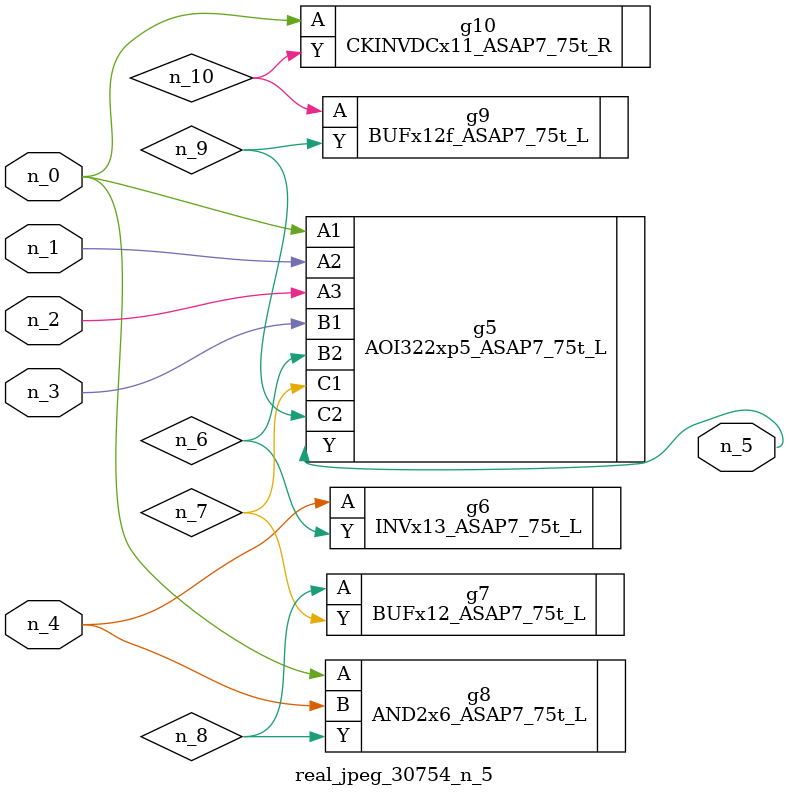
<source format=v>
module real_jpeg_30754_n_5 (n_4, n_0, n_1, n_2, n_3, n_5);

input n_4;
input n_0;
input n_1;
input n_2;
input n_3;

output n_5;

wire n_8;
wire n_6;
wire n_7;
wire n_10;
wire n_9;

AOI322xp5_ASAP7_75t_L g5 ( 
.A1(n_0),
.A2(n_1),
.A3(n_2),
.B1(n_3),
.B2(n_6),
.C1(n_7),
.C2(n_9),
.Y(n_5)
);

AND2x6_ASAP7_75t_L g8 ( 
.A(n_0),
.B(n_4),
.Y(n_8)
);

CKINVDCx11_ASAP7_75t_R g10 ( 
.A(n_0),
.Y(n_10)
);

INVx13_ASAP7_75t_L g6 ( 
.A(n_4),
.Y(n_6)
);

BUFx12_ASAP7_75t_L g7 ( 
.A(n_8),
.Y(n_7)
);

BUFx12f_ASAP7_75t_L g9 ( 
.A(n_10),
.Y(n_9)
);


endmodule
</source>
